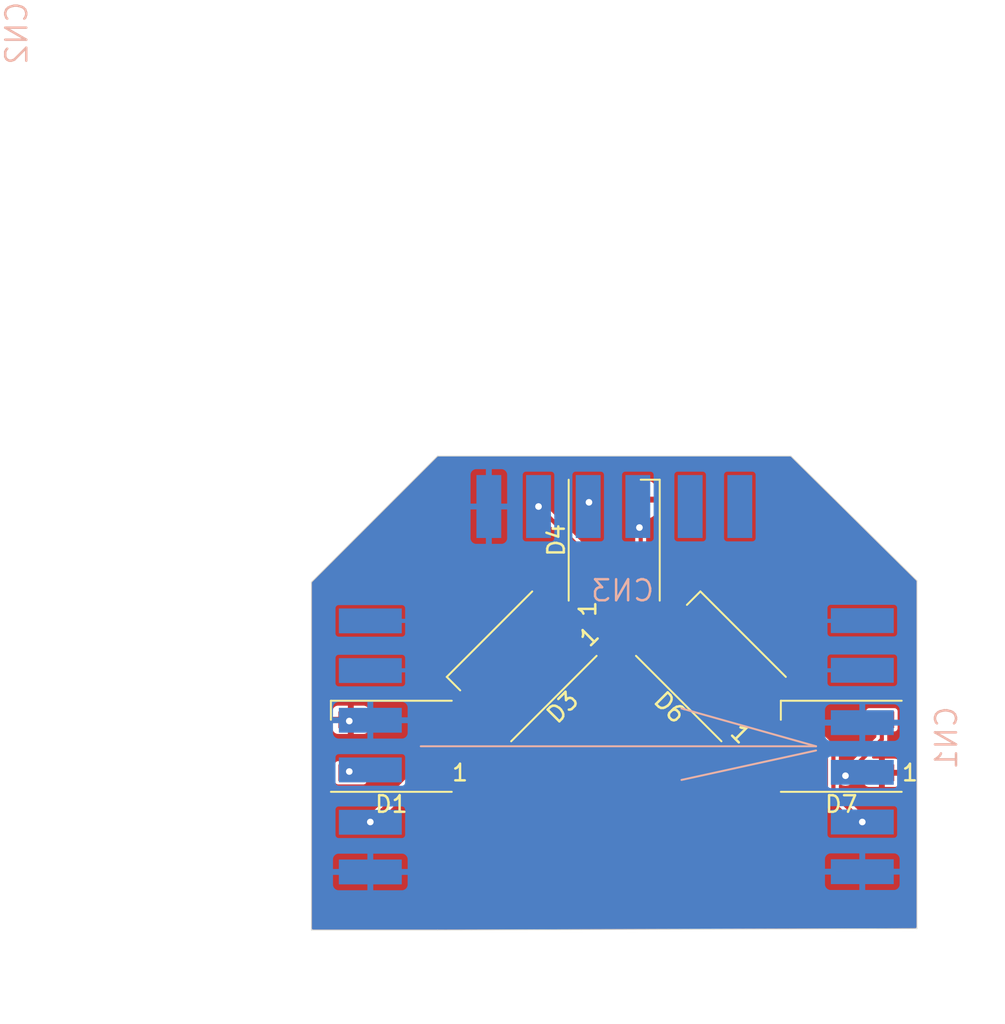
<source format=kicad_pcb>
(kicad_pcb (version 20211014) (generator pcbnew)
  (layers (0 "F.Cu" signal) (31 "B.Cu" signal) (34 "B.Paste" user) (35 "F.Paste" user) (36 "B.SilkS" user "B.Silkscreen") (37 "F.SilkS" user "F.Silkscreen") (38 "B.Mask" user) (39 "F.Mask" user) (44 "Edge.Cuts" user))
  (net 0 "")
  (net 1 "GND")
  (net 2 "Net-(CN1-Pad1)")
  (net 3 "Net-(CN1-Pad2)")
  (net 4 "Net-(CN1-Pad4)")
  (net 5 "+5V")
  (net 6 "Net-(CN2-Pad3)")
  (net 9 "Net-(CN3-Pad3)")
  (net 10 "Net-(CN3-Pad4)")
  (net 11 "Net-(D1-Pad2)")
  (net 12 "Net-(D3-Pad2)")
  (net 13 "Net-(D7-Pad4)")
  (footprint "LED_SMD:LED_WS2812B_PLCC4_5.0x5.0mm_P3.2mm" (layer "F.Cu") (at 146.558 102.616 135)
    (fp_text reference "D6" (at 0 -3.5 135) (layer "F.SilkS"))
    (fp_text value "WS2812B")
    (fp_text user "1" (at -4.15 -1.6 135) (layer "F.SilkS"))
    (fp_line (start -3.65 2.75) (end 3.65 2.75) (layer "F.SilkS") (width 0.12))
    (fp_line (start -3.65 -2.75) (end 3.65 -2.75) (layer "F.SilkS") (width 0.12))
    (fp_line (start 3.65 2.75) (end 3.65 1.6) (layer "F.SilkS") (width 0.12))
    (pad "1" smd rect (at -2.45 -1.6 135) (size 1.5 1) (layers "F.Cu" "F.Paste" "F.Mask") (net 1 "GND"))
    (pad "2" smd rect (at -2.45 1.6 135) (size 1.5 1) (layers "F.Cu" "F.Paste" "F.Mask") (net 13 "Net-(D7-Pad4)"))
    (pad "3" smd rect (at 2.45 1.6 135) (size 1.5 1) (layers "F.Cu" "F.Paste" "F.Mask") (net 5 "+5V"))
    (pad "4" smd rect (at 2.45 -1.6 135) (size 1.5 1) (layers "F.Cu" "F.Paste" "F.Mask") (net 12 "Net-(D3-Pad2)"))
  )
  (footprint "LED_SMD:LED_WS2812B_PLCC4_5.0x5.0mm_P3.2mm" (layer "F.Cu") (at 127.254 107.442 180)
    (fp_text reference "D1" (at 0 -3.5) (layer "F.SilkS"))
    (fp_text value "WS2812B")
    (fp_text user "1" (at -4.15 -1.6) (layer "F.SilkS"))
    (fp_line (start -3.65 2.75) (end 3.65 2.75) (layer "F.SilkS") (width 0.12))
    (fp_line (start 3.65 2.75) (end 3.65 1.6) (layer "F.SilkS") (width 0.12))
    (fp_line (start -3.65 -2.75) (end 3.65 -2.75) (layer "F.SilkS") (width 0.12))
    (pad "1" smd rect (at -2.45 -1.6 180) (size 1.5 1) (layers "F.Cu" "F.Paste" "F.Mask") (net 5 "+5V"))
    (pad "2" smd rect (at -2.45 1.6 180) (size 1.5 1) (layers "F.Cu" "F.Paste" "F.Mask") (net 11 "Net-(D1-Pad2)"))
    (pad "3" smd rect (at 2.45 1.6 180) (size 1.5 1) (layers "F.Cu" "F.Paste" "F.Mask") (net 1 "GND"))
    (pad "4" smd rect (at 2.45 -1.6 180) (size 1.5 1) (layers "F.Cu" "F.Paste" "F.Mask") (net 6 "Net-(CN2-Pad3)"))
  )
  (footprint "LED_SMD:LED_WS2812B_PLCC4_5.0x5.0mm_P3.2mm" (layer "F.Cu") (at 140.716 94.996 90)
    (fp_text reference "D4" (at 0 -3.5 90) (layer "F.SilkS"))
    (fp_text value "WS2812B")
    (fp_text user "1" (at -4.15 -1.6 90) (layer "F.SilkS"))
    (fp_line (start -3.65 2.75) (end 3.65 2.75) (layer "F.SilkS") (width 0.12))
    (fp_line (start -3.65 -2.75) (end 3.65 -2.75) (layer "F.SilkS") (width 0.12))
    (fp_line (start 3.65 2.75) (end 3.65 1.6) (layer "F.SilkS") (width 0.12))
    (pad "1" smd rect (at -2.45 -1.6 90) (size 1.5 1) (layers "F.Cu" "F.Paste" "F.Mask") (net 5 "+5V"))
    (pad "2" smd rect (at -2.45 1.6 90) (size 1.5 1) (layers "F.Cu" "F.Paste" "F.Mask") (net 9 "Net-(CN3-Pad3)"))
    (pad "3" smd rect (at 2.45 1.6 90) (size 1.5 1) (layers "F.Cu" "F.Paste" "F.Mask") (net 1 "GND"))
    (pad "4" smd rect (at 2.45 -1.6 90) (size 1.5 1) (layers "F.Cu" "F.Paste" "F.Mask") (net 10 "Net-(CN3-Pad4)"))
  )
  (footprint "LED_SMD:LED_WS2812B_PLCC4_5.0x5.0mm_P3.2mm" (layer "F.Cu") (at 154.432 107.442 180)
    (fp_text reference "D7" (at 0 -3.5) (layer "F.SilkS"))
    (fp_text value "WS2812B")
    (fp_text user "1" (at -4.15 -1.6) (layer "F.SilkS"))
    (fp_line (start 3.65 2.75) (end 3.65 1.6) (layer "F.SilkS") (width 0.12))
    (fp_line (start -3.65 -2.75) (end 3.65 -2.75) (layer "F.SilkS") (width 0.12))
    (fp_line (start -3.65 2.75) (end 3.65 2.75) (layer "F.SilkS") (width 0.12))
    (pad "1" smd rect (at -2.45 -1.6 180) (size 1.5 1) (layers "F.Cu" "F.Paste" "F.Mask") (net 1 "GND"))
    (pad "2" smd rect (at -2.45 1.6 180) (size 1.5 1) (layers "F.Cu" "F.Paste" "F.Mask") (net 4 "Net-(CN1-Pad4)"))
    (pad "3" smd rect (at 2.45 1.6 180) (size 1.5 1) (layers "F.Cu" "F.Paste" "F.Mask") (net 5 "+5V"))
    (pad "4" smd rect (at 2.45 -1.6 180) (size 1.5 1) (layers "F.Cu" "F.Paste" "F.Mask") (net 13 "Net-(D7-Pad4)"))
  )
  (footprint "LED_SMD:LED_WS2812B_PLCC4_5.0x5.0mm_P3.2mm" (layer "F.Cu") (at 135.128 102.616 -135)
    (fp_text reference "D3" (at 0 -3.5 45) (layer "F.SilkS"))
    (fp_text value "WS2812B")
    (fp_text user "1" (at -4.15 -1.6 45) (layer "F.SilkS"))
    (fp_line (start 3.65 2.75) (end 3.65 1.6) (layer "F.SilkS") (width 0.12))
    (fp_line (start -3.65 -2.75) (end 3.65 -2.75) (layer "F.SilkS") (width 0.12))
    (fp_line (start -3.65 2.75) (end 3.65 2.75) (layer "F.SilkS") (width 0.12))
    (pad "1" smd rect (at -2.45 -1.6 225) (size 1.5 1) (layers "F.Cu" "F.Paste" "F.Mask") (net 1 "GND"))
    (pad "2" smd rect (at -2.45 1.6 225) (size 1.5 1) (layers "F.Cu" "F.Paste" "F.Mask") (net 12 "Net-(D3-Pad2)"))
    (pad "3" smd rect (at 2.45 1.6 225) (size 1.5 1) (layers "F.Cu" "F.Paste" "F.Mask") (net 5 "+5V"))
    (pad "4" smd rect (at 2.45 -1.6 225) (size 1.5 1) (layers "F.Cu" "F.Paste" "F.Mask") (net 11 "Net-(D1-Pad2)"))
  )
  (footprint "Adafruit NeoPixel 8 Stick:1X4-SMT" (layer "B.Cu") (at 141.224 92.964 180)
    (fp_text reference "CN3" (at 0 -5.08) (layer "B.SilkS") (effects (font (size 1.27 1.27)) (justify mirror)))
    (fp_text value "1X4SMT")
    (pad "1" smd rect (at -7.08 0 180) (size 1.5 3.8) (layers "B.Cu" "B.Paste" "B.Mask"))
    (pad "2" smd rect (at -4.08 0 180) (size 1.5 3.8) (layers "B.Cu" "B.Paste" "B.Mask"))
    (pad "3" smd rect (at -0.92 0 180) (size 1.5 3.8) (layers "B.Cu" "B.Paste" "B.Mask") (net 9 "Net-(CN3-Pad3)"))
    (pad "4" smd rect (at 2.08 0 180) (size 1.5 3.8) (layers "B.Cu" "B.Paste" "B.Mask") (net 10 "Net-(CN3-Pad4)"))
    (pad "5" smd rect (at 5.08 0 180) (size 1.5 3.8) (layers "B.Cu" "B.Paste" "B.Mask") (net 5 "+5V"))
    (pad "6" smd rect (at 8.08 0 180) (size 1.5 3.8) (layers "B.Cu" "B.Paste" "B.Mask") (net 1 "GND"))
  )
  (footprint "Adafruit NeoPixel 8 Stick:1X4-SMT" (layer "B.Cu") (at 155.702 106.934 -90)
    (fp_text reference "CN1" (at 0 -5.08 90) (layer "B.SilkS") (effects (font (size 1.27 1.27)) (justify mirror)))
    (fp_text value "1X4SMT")
    (pad "1" smd rect (at -7.08 0 270) (size 1.5 3.8) (layers "B.Cu" "B.Paste" "B.Mask") (net 2 "Net-(CN1-Pad1)"))
    (pad "2" smd rect (at -4.08 0 270) (size 1.5 3.8) (layers "B.Cu" "B.Paste" "B.Mask") (net 3 "Net-(CN1-Pad2)"))
    (pad "3" smd rect (at -0.92 0 270) (size 1.5 3.8) (layers "B.Cu" "B.Paste" "B.Mask") (net 1 "GND"))
    (pad "4" smd rect (at 2.08 0 270) (size 1.5 3.8) (layers "B.Cu" "B.Paste" "B.Mask") (net 4 "Net-(CN1-Pad4)"))
    (pad "5" smd rect (at 5.08 0 270) (size 1.5 3.8) (layers "B.Cu" "B.Paste" "B.Mask") (net 5 "+5V"))
    (pad "6" smd rect (at 8.08 0 270) (size 1.5 3.8) (layers "B.Cu" "B.Paste" "B.Mask") (net 1 "GND"))
  )
  (footprint "Adafruit NeoPixel 8 Stick:1X4-SMT" (layer "B.Cu") (at 125.984 107.95 90)
    (fp_text reference "CN2" (at 43.568 -21.362 90) (layer "B.SilkS") (effects (font (size 1.27 1.27)) (justify mirror)))
    (fp_text value "1X4SMT")
    (pad "1" smd rect (at -7.08 0 90) (size 1.5 3.8) (layers "B.Cu" "B.Paste" "B.Mask") (net 1 "GND"))
    (pad "2" smd rect (at -4.08 0 90) (size 1.5 3.8) (layers "B.Cu" "B.Paste" "B.Mask") (net 5 "+5V"))
    (pad "3" smd rect (at -0.92 0 90) (size 1.5 3.8) (layers "B.Cu" "B.Paste" "B.Mask") (net 6 "Net-(CN2-Pad3)"))
    (pad "4" smd rect (at 2.08 0 90) (size 1.5 3.8) (layers "B.Cu" "B.Paste" "B.Mask") (net 1 "GND"))
    (pad "5" smd rect (at 5.08 0 90) (size 1.5 3.8) (layers "B.Cu" "B.Paste" "B.Mask") (net 3 "Net-(CN1-Pad2)"))
    (pad "6" smd rect (at 8.08 0 90) (size 1.5 3.8) (layers "B.Cu" "B.Paste" "B.Mask") (net 2 "Net-(CN1-Pad1)"))
  )
  (gr_line (start 152.908 107.696) (end 144.78 109.474) (layer "B.SilkS") (width 0.12))
  (gr_line (start 129.032 107.442) (end 152.908 107.442) (layer "B.SilkS") (width 0.12))
  (gr_line (start 144.78 105.156) (end 152.908 107.442) (layer "B.SilkS") (width 0.12))
  (gr_line (start 130.048 89.915998) (end 151.384 89.915999) (layer "Edge.Cuts") (width 0.05))
  (gr_line (start 122.428 97.536) (end 122.428 118.536) (layer "Edge.Cuts") (width 0.05))
  (gr_line (start 151.384 89.915999) (end 159.004 97.45) (layer "Edge.Cuts") (width 0.05))
  (gr_line (start 130.048 118.536) (end 159.004 118.45) (layer "Edge.Cuts") (width 0.05))
  (gr_line (start 159.004 97.45) (end 159.004 118.45) (layer "Edge.Cuts") (width 0.05))
  (gr_line locked (start 122.428 118.536) (end 130.048 118.536) (layer "Edge.Cuts") (width 0.05))
  (gr_line (start 122.428 97.536) (end 130.048 89.915998) (layer "Edge.Cuts") (width 0.05))
  (via (at 124.714 105.918) (size 0.8) (drill 0.4) (layers "F.Cu" "B.Cu") (net 1))
  (segment (start 125.984 99.87) (end 155.686 99.87) (width 0.25) (layer "B.Cu") (net 2))
  (segment (start 155.686 99.87) (end 155.702 99.854) (width 0.25) (layer "B.Cu") (net 2))
  (segment (start 155.702 102.854) (end 126 102.854) (width 0.25) (layer "B.Cu") (net 3))
  (segment (start 126 102.854) (end 125.984 102.87) (width 0.25) (layer "B.Cu") (net 3))
  (segment (start 156.882 107.024) (end 154.686 109.22) (width 0.25) (layer "F.Cu") (net 4))
  (segment (start 156.882 105.842) (end 156.882 107.024) (width 0.25) (layer "F.Cu") (net 4))
  (via (at 154.686 109.22) (size 0.8) (drill 0.4) (layers "F.Cu" "B.Cu") (net 4))
  (segment (start 139.116 97.446) (end 139.116 95.936) (width 0.25) (layer "F.Cu") (net 5))
  (segment (start 128.6258 107.9638) (end 129.704 109.042) (width 0.25) (layer "F.Cu") (net 5))
  (segment (start 151.982 105.842) (end 153.9578 107.8178) (width 0.25) (layer "F.Cu") (net 5))
  (segment (start 145.956959 99.752218) (end 147.128211 99.752218) (width 0.25) (layer "F.Cu") (net 5))
  (segment (start 139.866 97.446) (end 142.172218 99.752218) (width 0.25) (layer "F.Cu") (net 5))
  (segment (start 132.617771 103.570594) (end 132.264218 103.217041) (width 0.25) (layer "F.Cu") (net 5))
  (segment (start 145.956959 101.277024) (end 143.663389 103.570594) (width 0.25) (layer "F.Cu") (net 5))
  (segment (start 129.704 109.042) (end 128.956 109.042) (width 0.25) (layer "F.Cu") (net 5))
  (segment (start 153.9578 110.2698) (end 155.702 112.014) (width 0.25) (layer "F.Cu") (net 5))
  (segment (start 147.128211 99.752218) (end 151.982 104.606007) (width 0.25) (layer "F.Cu") (net 5))
  (segment (start 142.172218 99.752218) (end 145.956959 99.752218) (width 0.25) (layer "F.Cu") (net 5))
  (segment (start 132.264218 103.217041) (end 130.422559 103.217041) (width 0.25) (layer "F.Cu") (net 5))
  (segment (start 139.116 95.936) (end 136.144 92.964) (width 0.25) (layer "F.Cu") (net 5))
  (segment (start 143.663389 103.570594) (end 132.617771 103.570594) (width 0.25) (layer "F.Cu") (net 5))
  (segment (start 151.982 104.606007) (end 151.982 105.842) (width 0.25) (layer "F.Cu") (net 5))
  (segment (start 128.6258 105.0138) (end 128.6258 107.9638) (width 0.25) (layer "F.Cu") (net 5))
  (segment (start 130.422559 103.217041) (end 128.6258 105.0138) (width 0.25) (layer "F.Cu") (net 5))
  (segment (start 153.9578 107.8178) (end 153.9578 110.2698) (width 0.25) (layer "F.Cu") (net 5))
  (segment (start 128.956 109.042) (end 125.984 112.014) (width 0.25) (layer "F.Cu") (net 5))
  (segment (start 145.956959 99.752218) (end 145.956959 101.277024) (width 0.25) (layer "F.Cu") (net 5))
  (segment (start 139.116 97.446) (end 139.866 97.446) (width 0.25) (layer "F.Cu") (net 5))
  (via (at 155.702 112.014) (size 0.8) (drill 0.4) (layers "F.Cu" "B.Cu") (net 5))
  (via (at 136.144 92.964) (size 0.8) (drill 0.4) (layers "F.Cu" "B.Cu") (net 5))
  (via (at 125.984 112.014) (size 0.8) (drill 0.4) (layers "F.Cu" "B.Cu") (net 5))
  (via (at 124.714 108.966) (size 0.8) (drill 0.4) (layers "F.Cu" "B.Cu") (net 6))
  (segment (start 142.316 97.446) (end 142.316 94.31) (width 0.25) (layer "F.Cu") (net 9))
  (segment (start 142.316 94.31) (end 142.24 94.234) (width 0.25) (layer "F.Cu") (net 9))
  (via (at 142.24 94.234) (size 0.8) (drill 0.4) (layers "F.Cu" "B.Cu") (net 9))
  (via (at 139.192 92.71) (size 0.8) (drill 0.4) (layers "F.Cu" "B.Cu") (net 10))
  (segment (start 129.704 105.842) (end 134.164741 105.842) (width 0.25) (layer "F.Cu") (net 11))
  (segment (start 141.431477 99.752218) (end 143.694218 102.014959) (width 0.25) (layer "F.Cu") (net 12))
  (segment (start 135.729041 99.752218) (end 141.431477 99.752218) (width 0.25) (layer "F.Cu") (net 12))
  (segment (start 149.421782 103.217041) (end 149.421782 106.481782) (width 0.25) (layer "F.Cu") (net 13))
  (segment (start 149.421782 106.481782) (end 151.982 109.042) (width 0.25) (layer "F.Cu") (net 13))
  (zone (net 1) (net_name "GND") (layers F&B.Cu) (priority 6) (connect_pads (clearance 0.000001)) (min_thickness 0.1524) (fill yes (thermal_gap 0.3548) (thermal_bridge_width 0.3548))
    (polygon (pts (xy 164.338 86.36) (xy 163.83 124.206) (xy 118.872 123.444) (xy 118.618 86.614)))
  )
)
</source>
